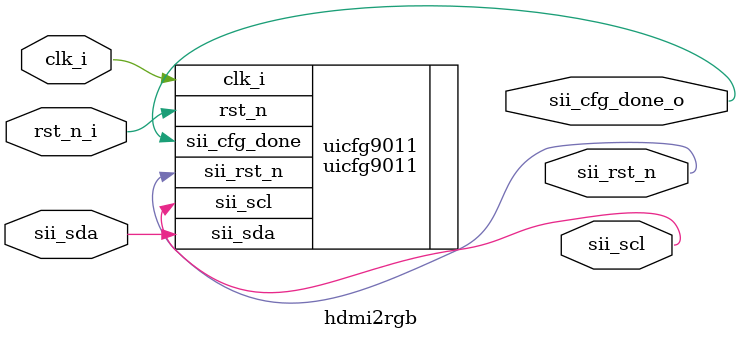
<source format=v>
module hdmi2rgb(
    input clk_i,            // 系统时钟输入
    input rst_n_i,          // 复位信号输入（低电平有效）
    inout sii_sda,          // SII9011 IIC 数据信号
    output sii_scl,         // SII9011 IIC 时钟信号
    output sii_rst_n,       // SII9011 复位信号
    output sii_cfg_done_o   // SII9011 配置完成信号（高电平有效）
);

    // 例化 SII9011 IIC 配置模块
    uicfg9011 uicfg9011(
        .clk_i(clk_i),
        .rst_n(rst_n_i),
        .sii_sda(sii_sda),
        .sii_scl(sii_scl),
        .sii_rst_n(sii_rst_n),
        .sii_cfg_done(sii_cfg_done_o)
    );
    
endmodule
</source>
